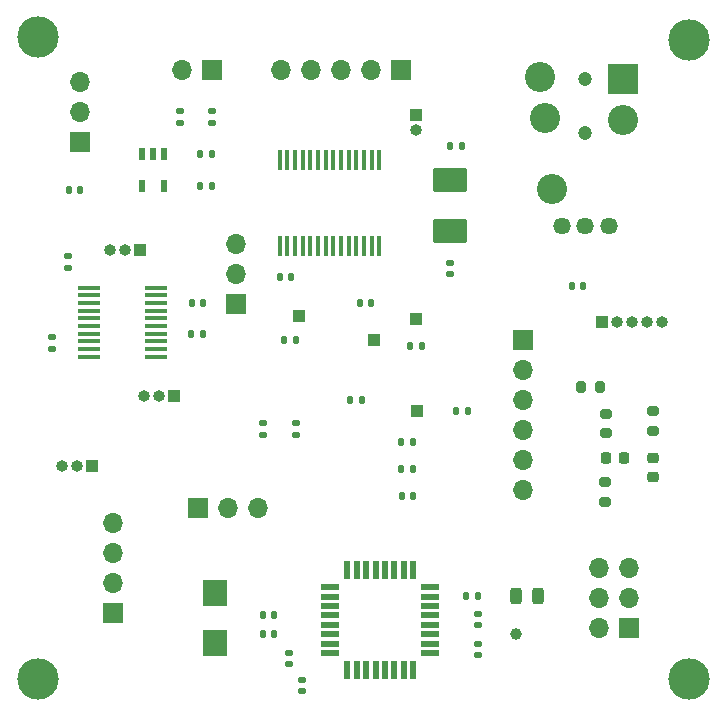
<source format=gbr>
%TF.GenerationSoftware,KiCad,Pcbnew,7.0.11-1-dev-0f715223e9*%
%TF.CreationDate,2024-01-18T20:29:43-08:00*%
%TF.ProjectId,i2s_to_toslink_pcb,6932735f-746f-45f7-946f-736c696e6b5f,rev?*%
%TF.SameCoordinates,Original*%
%TF.FileFunction,Soldermask,Top*%
%TF.FilePolarity,Negative*%
%FSLAX46Y46*%
G04 Gerber Fmt 4.6, Leading zero omitted, Abs format (unit mm)*
G04 Created by KiCad (PCBNEW 7.0.11-1-dev-0f715223e9) date 2024-01-18 20:29:43*
%MOMM*%
%LPD*%
G01*
G04 APERTURE LIST*
G04 Aperture macros list*
%AMRoundRect*
0 Rectangle with rounded corners*
0 $1 Rounding radius*
0 $2 $3 $4 $5 $6 $7 $8 $9 X,Y pos of 4 corners*
0 Add a 4 corners polygon primitive as box body*
4,1,4,$2,$3,$4,$5,$6,$7,$8,$9,$2,$3,0*
0 Add four circle primitives for the rounded corners*
1,1,$1+$1,$2,$3*
1,1,$1+$1,$4,$5*
1,1,$1+$1,$6,$7*
1,1,$1+$1,$8,$9*
0 Add four rect primitives between the rounded corners*
20,1,$1+$1,$2,$3,$4,$5,0*
20,1,$1+$1,$4,$5,$6,$7,0*
20,1,$1+$1,$6,$7,$8,$9,0*
20,1,$1+$1,$8,$9,$2,$3,0*%
G04 Aperture macros list end*
%ADD10R,2.006600X2.235200*%
%ADD11C,2.600000*%
%ADD12C,3.500000*%
%ADD13RoundRect,0.140000X-0.140000X-0.170000X0.140000X-0.170000X0.140000X0.170000X-0.140000X0.170000X0*%
%ADD14RoundRect,0.200000X-0.275000X0.200000X-0.275000X-0.200000X0.275000X-0.200000X0.275000X0.200000X0*%
%ADD15RoundRect,0.140000X-0.170000X0.140000X-0.170000X-0.140000X0.170000X-0.140000X0.170000X0.140000X0*%
%ADD16RoundRect,0.140000X0.140000X0.170000X-0.140000X0.170000X-0.140000X-0.170000X0.140000X-0.170000X0*%
%ADD17R,1.700000X1.700000*%
%ADD18O,1.700000X1.700000*%
%ADD19RoundRect,0.135000X-0.135000X-0.185000X0.135000X-0.185000X0.135000X0.185000X-0.135000X0.185000X0*%
%ADD20R,1.000000X1.000000*%
%ADD21C,1.000000*%
%ADD22R,1.600000X0.550000*%
%ADD23R,0.550000X1.600000*%
%ADD24RoundRect,0.140000X0.170000X-0.140000X0.170000X0.140000X-0.170000X0.140000X-0.170000X-0.140000X0*%
%ADD25RoundRect,0.200000X0.275000X-0.200000X0.275000X0.200000X-0.275000X0.200000X-0.275000X-0.200000X0*%
%ADD26O,1.000000X1.000000*%
%ADD27RoundRect,0.225000X0.225000X0.250000X-0.225000X0.250000X-0.225000X-0.250000X0.225000X-0.250000X0*%
%ADD28RoundRect,0.135000X0.185000X-0.135000X0.185000X0.135000X-0.185000X0.135000X-0.185000X-0.135000X0*%
%ADD29RoundRect,0.200000X-0.200000X-0.275000X0.200000X-0.275000X0.200000X0.275000X-0.200000X0.275000X0*%
%ADD30C,1.200000*%
%ADD31R,2.550000X2.550000*%
%ADD32C,2.550000*%
%ADD33C,1.462000*%
%ADD34RoundRect,0.135000X-0.185000X0.135000X-0.185000X-0.135000X0.185000X-0.135000X0.185000X0.135000X0*%
%ADD35R,0.508000X0.977900*%
%ADD36RoundRect,0.243750X0.243750X0.456250X-0.243750X0.456250X-0.243750X-0.456250X0.243750X-0.456250X0*%
%ADD37RoundRect,0.225000X-0.250000X0.225000X-0.250000X-0.225000X0.250000X-0.225000X0.250000X0.225000X0*%
%ADD38R,1.955432X0.420766*%
%ADD39RoundRect,0.102000X-1.300000X0.950000X-1.300000X-0.950000X1.300000X-0.950000X1.300000X0.950000X0*%
%ADD40R,0.431800X1.651000*%
%ADD41RoundRect,0.135000X0.135000X0.185000X-0.135000X0.185000X-0.135000X-0.185000X0.135000X-0.185000X0*%
G04 APERTURE END LIST*
D10*
%TO.C,Y1*%
X39116000Y-74904600D03*
X39116000Y-70637400D03*
%TD*%
D11*
%TO.C,H1*%
X24130000Y-23622000D03*
D12*
X24130000Y-23622000D03*
%TD*%
D13*
%TO.C,C18*%
X59055000Y-32856000D03*
X60015000Y-32856000D03*
%TD*%
D14*
%TO.C,R10*%
X76200000Y-55271400D03*
X76200000Y-56921400D03*
%TD*%
D15*
%TO.C,C10*%
X45364400Y-75748000D03*
X45364400Y-76708000D03*
%TD*%
D16*
%TO.C,C15*%
X38069400Y-48717200D03*
X37109400Y-48717200D03*
%TD*%
D17*
%TO.C,J3*%
X27686000Y-32512000D03*
D18*
X27686000Y-29972000D03*
X27686000Y-27432000D03*
%TD*%
D19*
%TO.C,R4*%
X54860000Y-60198000D03*
X55880000Y-60198000D03*
%TD*%
%TO.C,R6*%
X59484800Y-55245000D03*
X60504800Y-55245000D03*
%TD*%
D20*
%TO.C,J17*%
X56134000Y-47498000D03*
%TD*%
D19*
%TO.C,R8*%
X55624000Y-49784000D03*
X56644000Y-49784000D03*
%TD*%
D16*
%TO.C,C8*%
X44113600Y-74168000D03*
X43153600Y-74168000D03*
%TD*%
D21*
%TO.C,TP1*%
X64617600Y-74117200D03*
%TD*%
D15*
%TO.C,C13*%
X26670000Y-42164000D03*
X26670000Y-43124000D03*
%TD*%
D22*
%TO.C,U2*%
X48861400Y-70174200D03*
X48861400Y-70974200D03*
X48861400Y-71774200D03*
X48861400Y-72574200D03*
X48861400Y-73374200D03*
X48861400Y-74174200D03*
X48861400Y-74974200D03*
X48861400Y-75774200D03*
D23*
X50311400Y-77224200D03*
X51111400Y-77224200D03*
X51911400Y-77224200D03*
X52711400Y-77224200D03*
X53511400Y-77224200D03*
X54311400Y-77224200D03*
X55111400Y-77224200D03*
X55911400Y-77224200D03*
D22*
X57361400Y-75774200D03*
X57361400Y-74974200D03*
X57361400Y-74174200D03*
X57361400Y-73374200D03*
X57361400Y-72574200D03*
X57361400Y-71774200D03*
X57361400Y-70974200D03*
X57361400Y-70174200D03*
D23*
X55911400Y-68724200D03*
X55111400Y-68724200D03*
X54311400Y-68724200D03*
X53511400Y-68724200D03*
X52711400Y-68724200D03*
X51911400Y-68724200D03*
X51111400Y-68724200D03*
X50311400Y-68724200D03*
%TD*%
D17*
%TO.C,J2*%
X54864000Y-26416000D03*
D18*
X52324000Y-26416000D03*
X49784000Y-26416000D03*
X47244000Y-26416000D03*
X44704000Y-26416000D03*
%TD*%
D20*
%TO.C,J15*%
X56261000Y-55245000D03*
%TD*%
D24*
%TO.C,C14*%
X25349200Y-50000000D03*
X25349200Y-49040000D03*
%TD*%
D14*
%TO.C,R12*%
X72161400Y-61291200D03*
X72161400Y-62941200D03*
%TD*%
D17*
%TO.C,J12*%
X30480000Y-72390000D03*
D18*
X30480000Y-69850000D03*
X30480000Y-67310000D03*
X30480000Y-64770000D03*
%TD*%
D13*
%TO.C,C4*%
X37874000Y-36195000D03*
X38834000Y-36195000D03*
%TD*%
D25*
%TO.C,R13*%
X72212200Y-57150000D03*
X72212200Y-55500000D03*
%TD*%
D20*
%TO.C,J9*%
X35687000Y-53975000D03*
D26*
X34417000Y-53975000D03*
X33147000Y-53975000D03*
%TD*%
D19*
%TO.C,R5*%
X54860000Y-57912000D03*
X55880000Y-57912000D03*
%TD*%
D27*
%TO.C,C23*%
X73749400Y-59271400D03*
X72199400Y-59271400D03*
%TD*%
D28*
%TO.C,R1*%
X46000000Y-57310000D03*
X46000000Y-56290000D03*
%TD*%
D29*
%TO.C,R11*%
X70104000Y-53213000D03*
X71754000Y-53213000D03*
%TD*%
D20*
%TO.C,J7*%
X28702000Y-59944000D03*
D26*
X27432000Y-59944000D03*
X26162000Y-59944000D03*
%TD*%
D20*
%TO.C,J14*%
X46228000Y-47244000D03*
%TD*%
D15*
%TO.C,C11*%
X46482000Y-78006000D03*
X46482000Y-78966000D03*
%TD*%
D16*
%TO.C,C5*%
X27686000Y-36576000D03*
X26726000Y-36576000D03*
%TD*%
D17*
%TO.C,J5*%
X65200000Y-49250000D03*
D18*
X65200000Y-51790000D03*
X65200000Y-54330000D03*
X65200000Y-56870000D03*
X65200000Y-59410000D03*
X65200000Y-61950000D03*
%TD*%
D19*
%TO.C,R9*%
X44956000Y-49276000D03*
X45976000Y-49276000D03*
%TD*%
D11*
%TO.C,H3*%
X24130000Y-77978000D03*
D12*
X24130000Y-77978000D03*
%TD*%
D16*
%TO.C,C16*%
X38097400Y-46126400D03*
X37137400Y-46126400D03*
%TD*%
D30*
%TO.C,J10*%
X70478400Y-31698600D03*
X70478400Y-27198600D03*
D31*
X73678400Y-27198600D03*
D32*
X67628400Y-36498600D03*
X73678400Y-30598600D03*
X67078400Y-30498600D03*
X66628400Y-26998600D03*
D33*
X68478400Y-39598600D03*
X70478400Y-39598600D03*
X72478400Y-39598600D03*
%TD*%
D34*
%TO.C,R3*%
X43200000Y-56290000D03*
X43200000Y-57310000D03*
%TD*%
D24*
%TO.C,C6*%
X61417200Y-73400800D03*
X61417200Y-72440800D03*
%TD*%
D35*
%TO.C,U1*%
X34798000Y-33528000D03*
X33847999Y-33528000D03*
X32897998Y-33528000D03*
X32897998Y-36258500D03*
X34798000Y-36258500D03*
%TD*%
D15*
%TO.C,C9*%
X61417200Y-74960600D03*
X61417200Y-75920600D03*
%TD*%
D36*
%TO.C,D1*%
X66441800Y-70942200D03*
X64566800Y-70942200D03*
%TD*%
D24*
%TO.C,C1*%
X38862000Y-30861000D03*
X38862000Y-29901000D03*
%TD*%
D16*
%TO.C,C21*%
X70302000Y-44704000D03*
X69342000Y-44704000D03*
%TD*%
D13*
%TO.C,C19*%
X51364000Y-46101000D03*
X52324000Y-46101000D03*
%TD*%
D37*
%TO.C,C22*%
X76200000Y-59283600D03*
X76200000Y-60833600D03*
%TD*%
D15*
%TO.C,C17*%
X58978800Y-42700000D03*
X58978800Y-43660000D03*
%TD*%
D13*
%TO.C,C12*%
X54920000Y-62484000D03*
X55880000Y-62484000D03*
%TD*%
D38*
%TO.C,U3*%
X28412232Y-44827000D03*
X28412232Y-45477001D03*
X28412232Y-46126999D03*
X28412232Y-46777001D03*
X28412232Y-47426999D03*
X28412232Y-48077001D03*
X28412232Y-48726999D03*
X28412232Y-49377001D03*
X28412232Y-50026999D03*
X28412232Y-50677000D03*
X34163000Y-50677000D03*
X34163000Y-50026999D03*
X34163000Y-49377001D03*
X34163000Y-48726999D03*
X34163000Y-48077001D03*
X34163000Y-47426999D03*
X34163000Y-46777001D03*
X34163000Y-46126999D03*
X34163000Y-45477001D03*
X34163000Y-44827000D03*
%TD*%
D20*
%TO.C,J13*%
X71872000Y-47752000D03*
D26*
X73142000Y-47752000D03*
X74412000Y-47752000D03*
X75682000Y-47752000D03*
X76952000Y-47752000D03*
%TD*%
D20*
%TO.C,J11*%
X56134000Y-30226000D03*
D26*
X56134000Y-31496000D03*
%TD*%
D19*
%TO.C,R2*%
X60348400Y-70942200D03*
X61368400Y-70942200D03*
%TD*%
D17*
%TO.C,J6*%
X74140000Y-73660000D03*
D18*
X71600000Y-73660000D03*
X74140000Y-71120000D03*
X71600000Y-71120000D03*
X74140000Y-68580000D03*
X71600000Y-68580000D03*
%TD*%
D13*
%TO.C,C3*%
X37874000Y-33528000D03*
X38834000Y-33528000D03*
%TD*%
D39*
%TO.C,Y2*%
X58978000Y-35696000D03*
X58978000Y-39996000D03*
%TD*%
D17*
%TO.C,J1*%
X38862000Y-26416000D03*
D18*
X36322000Y-26416000D03*
%TD*%
D17*
%TO.C,JP1*%
X40894000Y-46228000D03*
D18*
X40894000Y-43688000D03*
X40894000Y-41148000D03*
%TD*%
D40*
%TO.C,U4*%
X44584001Y-41300400D03*
X45234002Y-41300400D03*
X45884001Y-41300400D03*
X46534002Y-41300400D03*
X47184000Y-41300400D03*
X47834002Y-41300400D03*
X48484000Y-41300400D03*
X49133999Y-41300400D03*
X49784000Y-41300400D03*
X50433999Y-41300400D03*
X51084000Y-41300400D03*
X51733999Y-41300400D03*
X52384000Y-41300400D03*
X53033999Y-41300400D03*
X53034001Y-34036000D03*
X52384000Y-34036000D03*
X51734001Y-34036000D03*
X51084000Y-34036000D03*
X50434002Y-34036000D03*
X49784000Y-34036000D03*
X49134002Y-34036000D03*
X48484000Y-34036000D03*
X47834002Y-34036000D03*
X47184000Y-34036000D03*
X46534002Y-34036000D03*
X45884001Y-34036000D03*
X45234002Y-34036000D03*
X44584001Y-34036000D03*
%TD*%
D41*
%TO.C,R7*%
X51564000Y-54356000D03*
X50544000Y-54356000D03*
%TD*%
D16*
%TO.C,C20*%
X45593000Y-43942000D03*
X44633000Y-43942000D03*
%TD*%
D24*
%TO.C,C2*%
X36195000Y-30861000D03*
X36195000Y-29901000D03*
%TD*%
D16*
%TO.C,C7*%
X44114600Y-72567800D03*
X43154600Y-72567800D03*
%TD*%
D20*
%TO.C,J8*%
X32766000Y-41656000D03*
D26*
X31496000Y-41656000D03*
X30226000Y-41656000D03*
%TD*%
D20*
%TO.C,J16*%
X52578000Y-49276000D03*
%TD*%
D11*
%TO.C,H2*%
X79248000Y-23876000D03*
D12*
X79248000Y-23876000D03*
%TD*%
D11*
%TO.C,H4*%
X79248000Y-77978000D03*
D12*
X79248000Y-77978000D03*
%TD*%
D17*
%TO.C,J4*%
X37719000Y-63500000D03*
D18*
X40259000Y-63500000D03*
X42799000Y-63500000D03*
%TD*%
M02*

</source>
